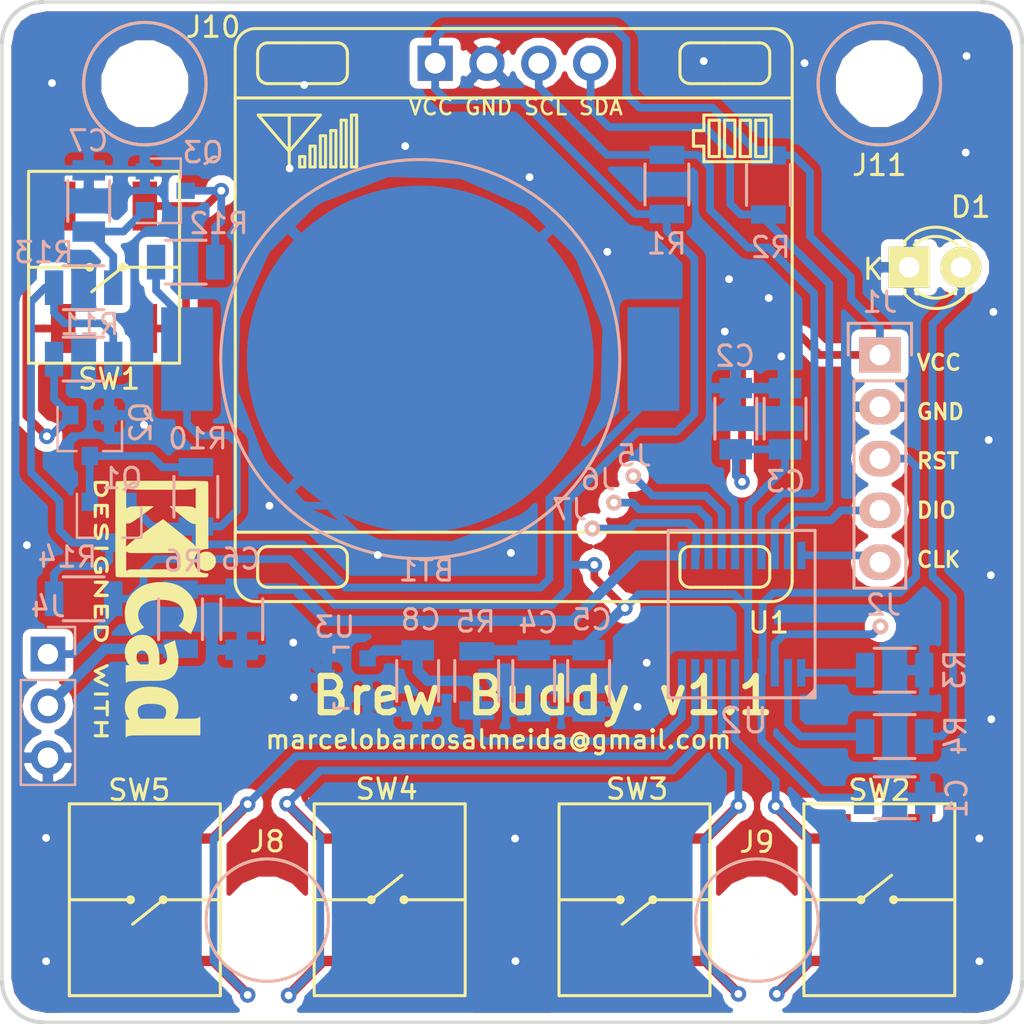
<source format=kicad_pcb>
(kicad_pcb (version 4) (host pcbnew 4.0.2+dfsg1-stable)
  (title_block (title "Beer Buddy") (date 2017-10-16) (rev V1) (comment 1 "All rights reserved") (comment 2 marcelobarrosalmeida@gmail.com) (comment 3 "Marcelo Barros de Almeida"))
  (layers (0 F.Cu signal) (31 B.Cu signal) (34 B.Paste user) (35 F.Paste user) (36 B.SilkS user) (37 F.SilkS user) (38 B.Mask user) (39 F.Mask user) (44 Edge.Cuts user))
  (net 0 "")
  (net 1 "Net-(BT1-Pad1)")
  (net 2 GND)
  (net 3 /NRST)
  (net 4 VDD)
  (net 5 /2V5REF)
  (net 6 /ADC_TEMP)
  (net 7 "Net-(D1-Pad2)")
  (net 8 /SWCLK)
  (net 9 /SWDIO)
  (net 10 "Net-(J2-Pad1)")
  (net 11 "Net-(J4-Pad2)")
  (net 12 "Net-(J5-Pad1)")
  (net 13 "Net-(J6-Pad1)")
  (net 14 "Net-(J7-Pad1)")
  (net 15 /SCL)
  (net 16 /SDA)
  (net 17 "Net-(R3-Pad1)")
  (net 18 /ALAM_LED)
  (net 19 /SWUP)
  (net 20 /SWDOWN)
  (net 21 /SWLEFT)
  (net 22 /SWRIGHT)
  (net 23 "Net-(C7-Pad1)")
  (net 24 BAT3V)
  (net 25 "Net-(Q1-Pad1)")
  (net 26 "Net-(Q2-Pad1)")
  (net 27 "Net-(Q3-Pad3)")
  (module mods:EVQ-Q2B02W (layer F.Cu) (at 35 43 90)
    (fp_text reference SW1 (at -5.475 0.25 180) (layer F.SilkS))
    (fp_text value SW_SPST)
    (pad 2 smd rect (at 3 2 90) (size 2.4 1.2) (layers F.Cu F.Paste F.Mask) (net 27 "Net-(Q3-Pad3)"))
    (pad 1 smd rect (at 3 -2 90) (size 2.4 1.2) (layers F.Cu F.Paste F.Mask) (net 26 "Net-(Q2-Pad1)"))
    (pad 2 smd rect (at -3 2 90) (size 2.4 1.2) (layers F.Cu F.Paste F.Mask) (net 27 "Net-(Q3-Pad3)"))
    (pad 1 smd rect (at -3 -2 90) (size 2.4 1.2) (layers F.Cu F.Paste F.Mask) (net 26 "Net-(Q2-Pad1)"))
  )
  (module mods:BAT-HLD-001-THM (layer B.Cu) (at 50.5 47.5)
    (fp_text reference BT1 (at 0.3 10.375) (layer B.SilkS) (effects (justify mirror)))
    (fp_text value CR2032)
    (pad 1 smd rect (at 11.43 0) (size 2.54 5.08) (layers B.Cu B.Paste B.Mask) (net 1 "Net-(BT1-Pad1)"))
    (pad 2 smd circle (at 0 0) (size 17 17) (layers B.Cu B.Paste B.Mask) (net 2 GND))
    (pad 1 smd rect (at -11.43 0) (size 2.54 5.08) (layers B.Cu B.Paste B.Mask) (net 1 "Net-(BT1-Pad1)"))
  )
  (module Pin_Headers:Pin_Header_Straight_1x05 (layer B.Cu) (at 73.0276 47.2974 180)
    (fp_text reference J1 (at 0 2.59 180) (layer B.SilkS) (effects (justify mirror)))
    (fp_text value JTAG)
    (pad 1 thru_hole rect (at 0 0 180) (size 2.032 1.7272) (drill 1.016) (layers *.Cu *.Mask B.SilkS) (net 4 VDD))
    (pad 2 thru_hole oval (at 0 -2.54 180) (size 2.032 1.7272) (drill 1.016) (layers *.Cu *.Mask B.SilkS) (net 2 GND))
    (pad 3 thru_hole oval (at 0 -5.08 180) (size 2.032 1.7272) (drill 1.016) (layers *.Cu *.Mask B.SilkS) (net 3 /NRST))
    (pad 4 thru_hole oval (at 0 -7.62 180) (size 2.032 1.7272) (drill 1.016) (layers *.Cu *.Mask B.SilkS) (net 9 /SWDIO))
    (pad 5 thru_hole oval (at 0 -10.16 180) (size 2.032 1.7272) (drill 1.016) (layers *.Cu *.Mask B.SilkS) (net 8 /SWCLK))
  )
  (module mods:DISPLAY-OLED (layer F.Cu) (at 55 33)
    (fp_text reference U1 (at 12.575 27.425) (layer F.SilkS))
    (fp_text value OLED-DISPLAY-I2C-128X64)
    (fp_text user "VCC GND SCL SDA" (at 0.175 2.15) (layer F.SilkS) (effects (font (size 0.762 0.762) (thickness 0.127))))
    (pad 3 thru_hole circle (at 1.308 0) (size 1.7272 1.7272) (drill 1.016) (layers *.Cu *.Mask) (net 15 /SCL))
    (pad 1 thru_hole rect (at -3.772 0) (size 1.7272 1.7272) (drill 1.016) (layers *.Cu *.Mask) (net 4 VDD))
    (pad 4 thru_hole circle (at 3.848 0) (size 1.7272 1.7272) (drill 1.016) (layers *.Cu *.Mask) (net 16 /SDA))
    (pad 2 thru_hole circle (at -1.232 0) (size 1.7272 1.7272) (drill 1.016) (layers *.Cu *.Mask) (net 2 GND))
  )
  (module TO_SOT_Packages_SMD:SOT-23 (layer B.Cu) (at 46.9164 63.1216 270)
    (fp_text reference U3 (at -2.4892 0.6096 540) (layer B.SilkS) (effects (justify mirror)))
    (fp_text value ADR5041BRTZ)
    (pad 1 smd rect (at -0.95 -1.00076 270) (size 0.8001 0.8001) (layers B.Cu B.Paste B.Mask) (net 5 /2V5REF))
    (pad 2 smd rect (at 0.95 -1.00076 270) (size 0.8001 0.8001) (layers B.Cu B.Paste B.Mask) (net 2 GND))
    (pad 3 smd rect (at 0 0.99822 270) (size 0.8001 0.8001) (layers B.Cu B.Paste B.Mask) (net 2 GND))
  )
  (module LEDs:LED-3MM (layer F.Cu) (at 74.46 43)
    (fp_text reference D1 (at 3.015 -2.95 180) (layer F.SilkS))
    (fp_text value LED)
    (fp_text user K (at -1.76 0.1) (layer F.SilkS))
    (pad 1 thru_hole rect (at 0 0 90) (size 2 2) (drill 1.00076) (layers *.Cu *.Mask F.SilkS) (net 2 GND))
    (pad 2 thru_hole circle (at 2.54 0) (size 2 2) (drill 1.00076) (layers *.Cu *.Mask F.SilkS) (net 7 "Net-(D1-Pad2)"))
  )
  (module TO_SOT_Packages_SMD:SOT-23 (layer B.Cu) (at 35.25 55.5 270)
    (fp_text reference Q1 (at -2.15 -0.625 540) (layer B.SilkS) (effects (justify mirror)))
    (fp_text value "PMV48XP (PMOS_GSD)")
    (pad 1 smd rect (at -1 0.95 270) (size 0.9 0.8) (layers B.Cu B.Paste B.Mask) (net 25 "Net-(Q1-Pad1)"))
    (pad 2 smd rect (at -1 -0.95 270) (size 0.9 0.8) (layers B.Cu B.Paste B.Mask) (net 1 "Net-(BT1-Pad1)"))
    (pad 3 smd rect (at 1 0 270) (size 0.9 0.8) (layers B.Cu B.Paste B.Mask) (net 24 BAT3V))
  )
  (module TO_SOT_Packages_SMD:SOT-23 (layer B.Cu) (at 34.3 51.25 270)
    (fp_text reference Q2 (at -0.65 -2.5 450) (layer B.SilkS) (effects (justify mirror)))
    (fp_text value "PMV65UNER (NMOS_GSD)")
    (pad 1 smd rect (at -1 0.95 270) (size 0.9 0.8) (layers B.Cu B.Paste B.Mask) (net 26 "Net-(Q2-Pad1)"))
    (pad 2 smd rect (at -1 -0.95 270) (size 0.9 0.8) (layers B.Cu B.Paste B.Mask) (net 2 GND))
    (pad 3 smd rect (at 1 0 270) (size 0.9 0.8) (layers B.Cu B.Paste B.Mask) (net 25 "Net-(Q1-Pad1)"))
  )
  (module TO_SOT_Packages_SMD:SOT-23 (layer B.Cu) (at 38 39.25)
    (fp_text reference Q3 (at 1.85 -1.875 180) (layer B.SilkS) (effects (justify mirror)))
    (fp_text value "PMV65UNER (NMOS_GSD)")
    (pad 1 smd rect (at -1 0.95) (size 0.9 0.8) (layers B.Cu B.Paste B.Mask) (net 23 "Net-(C7-Pad1)"))
    (pad 2 smd rect (at -1 -0.95) (size 0.9 0.8) (layers B.Cu B.Paste B.Mask) (net 2 GND))
    (pad 3 smd rect (at 1 0) (size 0.9 0.8) (layers B.Cu B.Paste B.Mask) (net 27 "Net-(Q3-Pad3)"))
  )
  (module mods:TEST-PIN (layer B.Cu) (at 60.9372 53.241)
    (fp_text reference J5 (at 0.04032 -1.00052) (layer B.SilkS) (effects (justify mirror)))
    (fp_text value PA7)
    (pad 1 thru_hole circle (at 0 0) (size 0.762 0.762) (drill 0.381) (layers *.Cu *.Mask B.SilkS) (net 12 "Net-(J5-Pad1)"))
  )
  (module mods:TEST-PIN (layer B.Cu) (at 59.9974 54.5364)
    (fp_text reference J6 (at -0.7724 -1.1364) (layer B.SilkS) (effects (justify mirror)))
    (fp_text value PA6)
    (pad 1 thru_hole circle (at 0 0) (size 0.762 0.762) (drill 0.381) (layers *.Cu *.Mask B.SilkS) (net 13 "Net-(J6-Pad1)"))
  )
  (module mods:TEST-PIN (layer B.Cu) (at 58.9306 55.8064)
    (fp_text reference J7 (at -1.1056 -0.9314 180) (layer B.SilkS) (effects (justify mirror)))
    (fp_text value PA5)
    (pad 1 thru_hole circle (at 0 0) (size 0.762 0.762) (drill 0.381) (layers *.Cu *.Mask B.SilkS) (net 14 "Net-(J7-Pad1)"))
  )
  (module mods:TEST-PIN (layer B.Cu) (at 73.053 60.607)
    (fp_text reference J2 (at 0.147 -1.057) (layer B.SilkS) (effects (justify mirror)))
    (fp_text value PF1)
    (pad 1 thru_hole circle (at 0 0) (size 0.762 0.762) (drill 0.381) (layers *.Cu *.Mask B.SilkS) (net 10 "Net-(J2-Pad1)"))
  )
  (module mods:M3_Connector (layer F.Cu) (at 43 75)
    (fp_text reference J8 (at 0 -3.85) (layer F.SilkS))
    (fp_text value Drill)
    (pad "" np_thru_hole circle (at 0 0) (size 3.5 3.5) (drill 3.5) (layers *.Cu *.Mask F.SilkS))
  )
  (module mods:M3_Connector (layer F.Cu) (at 67 75)
    (fp_text reference J9 (at 0 -3.825) (layer F.SilkS))
    (fp_text value Drill)
    (pad "" np_thru_hole circle (at 0 0) (size 3.5 3.5) (drill 3.5) (layers *.Cu *.Mask F.SilkS))
  )
  (module mods:M3_Connector (layer F.Cu) (at 37 34)
    (fp_text reference J10 (at 3.35 -2.775 180) (layer F.SilkS))
    (fp_text value Drill)
    (pad "" np_thru_hole circle (at 0 0) (size 3.5 3.5) (drill 3.5) (layers *.Cu *.Mask F.SilkS))
  )
  (module mods:M3_Connector (layer F.Cu) (at 73 34)
    (fp_text reference J11 (at 0 4) (layer F.SilkS))
    (fp_text value Drill)
    (pad "" np_thru_hole circle (at 0 0) (size 3.5 3.5) (drill 3.5) (layers *.Cu *.Mask F.SilkS))
  )
  (module mods:EVQ-Q2B02W (layer F.Cu) (at 37 74 90)
    (fp_text reference SW5 (at 5.375 -0.275 180) (layer F.SilkS))
    (fp_text value SW_SPST)
    (pad 2 smd rect (at 3 2 90) (size 2.4 1.2) (layers F.Cu F.Paste F.Mask) (net 19 /SWUP))
    (pad 1 smd rect (at 3 -2 90) (size 2.4 1.2) (layers F.Cu F.Paste F.Mask) (net 2 GND))
    (pad 2 smd rect (at -3 2 90) (size 2.4 1.2) (layers F.Cu F.Paste F.Mask) (net 19 /SWUP))
    (pad 1 smd rect (at -3 -2 90) (size 2.4 1.2) (layers F.Cu F.Paste F.Mask) (net 2 GND))
  )
  (module mods:EVQ-Q2B02W (layer F.Cu) (at 49 74 270)
    (fp_text reference SW4 (at -5.425 0.15 360) (layer F.SilkS))
    (fp_text value SW_SPST)
    (pad 2 smd rect (at 3 2 270) (size 2.4 1.2) (layers F.Cu F.Paste F.Mask) (net 20 /SWDOWN))
    (pad 1 smd rect (at 3 -2 270) (size 2.4 1.2) (layers F.Cu F.Paste F.Mask) (net 2 GND))
    (pad 2 smd rect (at -3 2 270) (size 2.4 1.2) (layers F.Cu F.Paste F.Mask) (net 20 /SWDOWN))
    (pad 1 smd rect (at -3 -2 270) (size 2.4 1.2) (layers F.Cu F.Paste F.Mask) (net 2 GND))
  )
  (module mods:EVQ-Q2B02W (layer F.Cu) (at 61 74 90)
    (fp_text reference SW3 (at 5.425 0.125 180) (layer F.SilkS))
    (fp_text value SW_SPST)
    (pad 2 smd rect (at 3 2 90) (size 2.4 1.2) (layers F.Cu F.Paste F.Mask) (net 21 /SWLEFT))
    (pad 1 smd rect (at 3 -2 90) (size 2.4 1.2) (layers F.Cu F.Paste F.Mask) (net 2 GND))
    (pad 2 smd rect (at -3 2 90) (size 2.4 1.2) (layers F.Cu F.Paste F.Mask) (net 21 /SWLEFT))
    (pad 1 smd rect (at -3 -2 90) (size 2.4 1.2) (layers F.Cu F.Paste F.Mask) (net 2 GND))
  )
  (module mods:EVQ-Q2B02W (layer F.Cu) (at 73 74 270)
    (fp_text reference SW2 (at -5.375 0 360) (layer F.SilkS))
    (fp_text value SW_SPST)
    (pad 2 smd rect (at 3 2 270) (size 2.4 1.2) (layers F.Cu F.Paste F.Mask) (net 22 /SWRIGHT))
    (pad 1 smd rect (at 3 -2 270) (size 2.4 1.2) (layers F.Cu F.Paste F.Mask) (net 2 GND))
    (pad 2 smd rect (at -3 2 270) (size 2.4 1.2) (layers F.Cu F.Paste F.Mask) (net 22 /SWRIGHT))
    (pad 1 smd rect (at -3 -2 270) (size 2.4 1.2) (layers F.Cu F.Paste F.Mask) (net 2 GND))
  )
  (module mods:TSOP-20-STM32F030F4 (layer B.Cu) (at 66.25 60 180)
    (fp_text reference U2 (at -0.1 -5.225 180) (layer B.SilkS) (effects (font (size 1.2 1.2)) (justify mirror)))
    (fp_text value STM32F030F4)
    (pad 20 smd rect (at -2.925 2.875 180) (size 0.4 1.35) (layers B.Cu B.Paste B.Mask) (net 8 /SWCLK))
    (pad 1 smd rect (at -2.925 -2.875 180) (size 0.4 1.35) (layers B.Cu B.Paste B.Mask) (net 17 "Net-(R3-Pad1)"))
    (pad 19 smd rect (at -2.275 2.875 180) (size 0.4 1.35) (layers B.Cu B.Paste B.Mask) (net 9 /SWDIO))
    (pad 2 smd rect (at -2.275 -2.875 180) (size 0.4 1.35) (layers B.Cu B.Paste B.Mask) (net 18 /ALAM_LED))
    (pad 18 smd rect (at -1.625 2.875 180) (size 0.4 1.35) (layers B.Cu B.Paste B.Mask) (net 16 /SDA))
    (pad 3 smd rect (at -1.625 -2.875 180) (size 0.4 1.35) (layers B.Cu B.Paste B.Mask) (net 10 "Net-(J2-Pad1)"))
    (pad 17 smd rect (at -0.975 2.875 180) (size 0.4 1.35) (layers B.Cu B.Paste B.Mask) (net 15 /SCL))
    (pad 4 smd rect (at -0.975 -2.875 180) (size 0.4 1.35) (layers B.Cu B.Paste B.Mask) (net 3 /NRST))
    (pad 16 smd rect (at -0.325 2.875 180) (size 0.4 1.35) (layers B.Cu B.Paste B.Mask) (net 4 VDD))
    (pad 5 smd rect (at -0.325 -2.875 180) (size 0.4 1.35) (layers B.Cu B.Paste B.Mask) (net 4 VDD))
    (pad 15 smd rect (at 0.325 2.875 180) (size 0.4 1.35) (layers B.Cu B.Paste B.Mask) (net 2 GND))
    (pad 6 smd rect (at 0.325 -2.875 180) (size 0.4 1.35) (layers B.Cu B.Paste B.Mask) (net 22 /SWRIGHT))
    (pad 14 smd rect (at 0.975 2.875 180) (size 0.4 1.35) (layers B.Cu B.Paste B.Mask) (net 12 "Net-(J5-Pad1)"))
    (pad 7 smd rect (at 0.975 -2.875 180) (size 0.4 1.35) (layers B.Cu B.Paste B.Mask) (net 21 /SWLEFT))
    (pad 13 smd rect (at 1.625 2.875 180) (size 0.4 1.35) (layers B.Cu B.Paste B.Mask) (net 13 "Net-(J6-Pad1)"))
    (pad 8 smd rect (at 1.625 -2.875 180) (size 0.4 1.35) (layers B.Cu B.Paste B.Mask) (net 20 /SWDOWN))
    (pad 12 smd rect (at 2.275 2.875 180) (size 0.4 1.35) (layers B.Cu B.Paste B.Mask) (net 14 "Net-(J7-Pad1)"))
    (pad 9 smd rect (at 2.275 -2.875 180) (size 0.4 1.35) (layers B.Cu B.Paste B.Mask) (net 19 /SWUP))
    (pad 11 smd rect (at 2.925 2.875 180) (size 0.4 1.35) (layers B.Cu B.Paste B.Mask) (net 6 /ADC_TEMP))
    (pad 10 smd rect (at 2.925 -2.875 180) (size 0.4 1.35) (layers B.Cu B.Paste B.Mask) (net 5 /2V5REF))
  )
  (module mods:R_1206_CUSTOM (layer B.Cu) (at 62.5882 38.9408 270)
    (fp_text reference R1 (at 2.9092 0.0132 360) (layer B.SilkS) (effects (justify mirror)))
    (fp_text value 2K)
    (pad 1 smd rect (at -1.45 0 270) (size 0.9 1.7) (layers B.Cu B.Paste B.Mask) (net 15 /SCL))
    (pad 2 smd rect (at 1.45 0 270) (size 0.9 1.7) (layers B.Cu B.Paste B.Mask) (net 4 VDD))
  )
  (module mods:R_1206_CUSTOM (layer B.Cu) (at 67.5666 38.9662 270)
    (fp_text reference R2 (at 3.0588 -0.1084 360) (layer B.SilkS) (effects (justify mirror)))
    (fp_text value 2K)
    (pad 1 smd rect (at -1.45 0 270) (size 0.9 1.7) (layers B.Cu B.Paste B.Mask) (net 4 VDD))
    (pad 2 smd rect (at 1.45 0 270) (size 0.9 1.7) (layers B.Cu B.Paste B.Mask) (net 16 /SDA))
  )
  (module mods:R_1206_CUSTOM (layer B.Cu) (at 73.75 62.75)
    (fp_text reference R3 (at 2.95 -0.025 90) (layer B.SilkS) (effects (justify mirror)))
    (fp_text value 10K)
    (pad 1 smd rect (at -1.45 0) (size 0.9 1.7) (layers B.Cu B.Paste B.Mask) (net 17 "Net-(R3-Pad1)"))
    (pad 2 smd rect (at 1.45 0) (size 0.9 1.7) (layers B.Cu B.Paste B.Mask) (net 2 GND))
  )
  (module mods:R_1206_CUSTOM (layer B.Cu) (at 73.75 66)
    (fp_text reference R4 (at 3 -0.05 90) (layer B.SilkS) (effects (justify mirror)))
    (fp_text value 330R)
    (pad 1 smd rect (at -1.45 0) (size 0.9 1.7) (layers B.Cu B.Paste B.Mask) (net 18 /ALAM_LED))
    (pad 2 smd rect (at 1.45 0) (size 0.9 1.7) (layers B.Cu B.Paste B.Mask) (net 7 "Net-(D1-Pad2)"))
  )
  (module mods:R_1206_CUSTOM (layer B.Cu) (at 53.2664 63.274 270)
    (fp_text reference R5 (at -2.8956 0.0508 360) (layer B.SilkS) (effects (justify mirror)))
    (fp_text value 3K)
    (pad 1 smd rect (at -1.45 0 270) (size 0.9 1.7) (layers B.Cu B.Paste B.Mask) (net 4 VDD))
    (pad 2 smd rect (at 1.45 0 270) (size 0.9 1.7) (layers B.Cu B.Paste B.Mask) (net 5 /2V5REF))
  )
  (module mods:R_1206_CUSTOM (layer B.Cu) (at 38.75 60.25 90)
    (fp_text reference R6 (at 2.85 0.15 180) (layer B.SilkS) (effects (justify mirror)))
    (fp_text value 2K)
    (pad 1 smd rect (at -1.45 0 90) (size 0.9 1.7) (layers B.Cu B.Paste B.Mask) (net 11 "Net-(J4-Pad2)"))
    (pad 2 smd rect (at 1.45 0 90) (size 0.9 1.7) (layers B.Cu B.Paste B.Mask) (net 6 /ADC_TEMP))
  )
  (module mods:R_1206_CUSTOM (layer B.Cu) (at 39.5 54.25 270)
    (fp_text reference R10 (at -2.85 -0.1 360) (layer B.SilkS) (effects (justify mirror)))
    (fp_text value 100K)
    (pad 1 smd rect (at -1.45 0 270) (size 0.9 1.7) (layers B.Cu B.Paste B.Mask) (net 25 "Net-(Q1-Pad1)"))
    (pad 2 smd rect (at 1.45 0 270) (size 0.9 1.7) (layers B.Cu B.Paste B.Mask) (net 1 "Net-(BT1-Pad1)"))
  )
  (module mods:R_1206_CUSTOM (layer B.Cu) (at 34 47.5)
    (fp_text reference R11 (at 0.3 -1.7 180) (layer B.SilkS) (effects (justify mirror)))
    (fp_text value 100K)
    (pad 1 smd rect (at -1.45 0) (size 0.9 1.7) (layers B.Cu B.Paste B.Mask) (net 26 "Net-(Q2-Pad1)"))
    (pad 2 smd rect (at 1.45 0) (size 0.9 1.7) (layers B.Cu B.Paste B.Mask) (net 24 BAT3V))
  )
  (module mods:R_1206_CUSTOM (layer B.Cu) (at 39 42.75 180)
    (fp_text reference R12 (at -1.625 1.9 180) (layer B.SilkS) (effects (justify mirror)))
    (fp_text value 100K)
    (pad 1 smd rect (at -1.45 0 180) (size 0.9 1.7) (layers B.Cu B.Paste B.Mask) (net 27 "Net-(Q3-Pad3)"))
    (pad 2 smd rect (at 1.45 0 180) (size 0.9 1.7) (layers B.Cu B.Paste B.Mask) (net 1 "Net-(BT1-Pad1)"))
  )
  (module mods:R_1206_CUSTOM (layer B.Cu) (at 34 44 180)
    (fp_text reference R13 (at 1.95 1.725 360) (layer B.SilkS) (effects (justify mirror)))
    (fp_text value 1M)
    (pad 1 smd rect (at -1.45 0 180) (size 0.9 1.7) (layers B.Cu B.Paste B.Mask) (net 23 "Net-(C7-Pad1)"))
    (pad 2 smd rect (at 1.45 0 180) (size 0.9 1.7) (layers B.Cu B.Paste B.Mask) (net 24 BAT3V))
  )
  (module mods:R_1206_CUSTOM (layer B.Cu) (at 34 59.25)
    (fp_text reference R14 (at -0.8 -2.05 180) (layer B.SilkS) (effects (justify mirror)))
    (fp_text value 0R)
    (pad 1 smd rect (at -1.45 0) (size 0.9 1.7) (layers B.Cu B.Paste B.Mask) (net 24 BAT3V))
    (pad 2 smd rect (at 1.45 0) (size 0.9 1.7) (layers B.Cu B.Paste B.Mask) (net 4 VDD))
  )
  (module mods:C_1206_CUSTOM (layer B.Cu) (at 73.75 69)
    (fp_text reference C1 (at 3.05 0.025 90) (layer B.SilkS) (effects (justify mirror)))
    (fp_text value 100nF)
    (pad 1 smd rect (at -1.5 0) (size 1 1.6) (layers B.Cu B.Paste B.Mask) (net 3 /NRST))
    (pad 2 smd rect (at 1.5 0) (size 1 1.6) (layers B.Cu B.Paste B.Mask) (net 2 GND))
  )
  (module mods:C_1206_CUSTOM (layer B.Cu) (at 65.9664 50.4216 90)
    (fp_text reference C2 (at 3.0716 -0.0414 180) (layer B.SilkS) (effects (justify mirror)))
    (fp_text value 100nF)
    (pad 1 smd rect (at -1.5 0 90) (size 1 1.6) (layers B.Cu B.Paste B.Mask) (net 4 VDD))
    (pad 2 smd rect (at 1.5 0 90) (size 1 1.6) (layers B.Cu B.Paste B.Mask) (net 2 GND))
  )
  (module mods:C_1206_CUSTOM (layer B.Cu) (at 68.3794 50.4216 90)
    (fp_text reference C3 (at -3.0784 0.0206 180) (layer B.SilkS) (effects (justify mirror)))
    (fp_text value 4.7uF)
    (pad 1 smd rect (at -1.5 0 90) (size 1 1.6) (layers B.Cu B.Paste B.Mask) (net 4 VDD))
    (pad 2 smd rect (at 1.5 0 90) (size 1 1.6) (layers B.Cu B.Paste B.Mask) (net 2 GND))
  )
  (module mods:C_1206_CUSTOM (layer B.Cu) (at 56.0604 63.274 270)
    (fp_text reference C4 (at -2.85 -0.225 360) (layer B.SilkS) (effects (justify mirror)))
    (fp_text value 10nF)
    (pad 1 smd rect (at -1.5 0 270) (size 1 1.6) (layers B.Cu B.Paste B.Mask) (net 4 VDD))
    (pad 2 smd rect (at 1.5 0 270) (size 1 1.6) (layers B.Cu B.Paste B.Mask) (net 2 GND))
  )
  (module mods:C_1206_CUSTOM (layer B.Cu) (at 58.7528 63.274 270)
    (fp_text reference C5 (at -3 -0.15 360) (layer B.SilkS) (effects (justify mirror)))
    (fp_text value 1uF)
    (pad 1 smd rect (at -1.5 0 270) (size 1 1.6) (layers B.Cu B.Paste B.Mask) (net 4 VDD))
    (pad 2 smd rect (at 1.5 0 270) (size 1 1.6) (layers B.Cu B.Paste B.Mask) (net 2 GND))
  )
  (module mods:C_1206_CUSTOM (layer B.Cu) (at 41.75 60.25 270)
    (fp_text reference C6 (at -2.95 0.05 360) (layer B.SilkS) (effects (justify mirror)))
    (fp_text value 1uF)
    (pad 1 smd rect (at -1.5 0 270) (size 1 1.6) (layers B.Cu B.Paste B.Mask) (net 6 /ADC_TEMP))
    (pad 2 smd rect (at 1.5 0 270) (size 1 1.6) (layers B.Cu B.Paste B.Mask) (net 2 GND))
  )
  (module mods:C_1206_CUSTOM (layer B.Cu) (at 34.25 39.75 90)
    (fp_text reference C7 (at 2.95 -0.025 180) (layer B.SilkS) (effects (justify mirror)))
    (fp_text value 470nF)
    (pad 1 smd rect (at -1.5 0 90) (size 1 1.6) (layers B.Cu B.Paste B.Mask) (net 23 "Net-(C7-Pad1)"))
    (pad 2 smd rect (at 1.5 0 90) (size 1 1.6) (layers B.Cu B.Paste B.Mask) (net 2 GND))
  )
  (module Symbols:KiCad-Logo2_6mm_SilkScreen (layer F.Cu) (at 37.5 59.75 270)
    (fp_text reference REF*** hide)
    (fp_text value KiCad-Logo2_6mm_SilkScreen hide)
  )
  (module Pin_Headers:Pin_Header_Straight_1x03_Pitch2.54mm (layer B.Cu) (at 32.25 61.96 180)
    (fp_text reference J4 (at 0 2.33 180) (layer B.SilkS) (effects (justify mirror)))
    (fp_text value Sensor)
    (pad 1 thru_hole rect (at 0 0 180) (size 1.7 1.7) (drill 1) (layers *.Cu *.Mask) (net 4 VDD))
    (pad 2 thru_hole oval (at 0 -2.54 180) (size 1.7 1.7) (drill 1) (layers *.Cu *.Mask) (net 11 "Net-(J4-Pad2)"))
    (pad 3 thru_hole oval (at 0 -5.08 180) (size 1.7 1.7) (drill 1) (layers *.Cu *.Mask) (net 2 GND))
  )
  (module mods:C_1206_CUSTOM (layer B.Cu) (at 50.3708 63.274 270)
    (fp_text reference C8 (at -2.9972 -0.1524 360) (layer B.SilkS) (effects (justify mirror)))
    (fp_text value 100nF)
    (pad 1 smd rect (at -1.5 0 270) (size 1 1.6) (layers B.Cu B.Paste B.Mask) (net 5 /2V5REF))
    (pad 2 smd rect (at 1.5 0 270) (size 1 1.6) (layers B.Cu B.Paste B.Mask) (net 2 GND))
  )
  (gr_text v1.1 (at 62 64) (layer F.SilkS) (effects (font (size 1.778 1.778) (thickness 0.3048)) (justify left)))
  (gr_text marcelobarrosalmeida@gmail.com (at 42.825 66.15) (layer F.SilkS) (effects (font (size 0.889 0.889) (thickness 0.1524)) (justify left)))
  (gr_text "Brew Buddy" (at 45 64) (layer F.SilkS) (effects (font (size 1.778 1.778) (thickness 0.3048)) (justify left)))
  (gr_arc (start 32 32) (end 30 32) (angle 90) (layer Edge.Cuts) (width 0.2))
  (gr_arc (start 32 78) (end 32 80) (angle 90) (layer Edge.Cuts) (width 0.2))
  (gr_arc (start 78 78) (end 80 78) (angle 90) (layer Edge.Cuts) (width 0.2))
  (gr_arc (start 78 32) (end 78 30) (angle 90) (layer Edge.Cuts) (width 0.2))
  (gr_text "VCC\n\nGND\n\nRST\n\nDIO\n\nCLK" (at 74.75 52.5) (layer F.SilkS) (effects (font (size 0.75 0.75)) (justify left)))
  (gr_line (start 78 30) (end 32 30) (angle 90) (layer Edge.Cuts) (width 0.15))
  (gr_line (start 80 78) (end 80 32) (angle 90) (layer Edge.Cuts) (width 0.15))
  (gr_line (start 32 80) (end 78 80) (angle 90) (layer Edge.Cuts) (width 0.15))
  (gr_line (start 30 32) (end 30 78) (angle 90) (layer Edge.Cuts) (width 0.15))
  (segment (start 61.93 47.5) (end 61.93 49.232678) (width 0.381) (layer B.Cu) (net 1))
  (segment (start 61.93 49.232678) (end 56.829228 54.33345) (width 0.381) (layer B.Cu) (net 1))
  (segment (start 56.829228 54.33345) (end 56.829228 58.259774) (width 0.381) (layer B.Cu) (net 1))
  (segment (start 39.554444 56.585444) (end 39.5 56.531) (width 0.381) (layer B.Cu) (net 1))
  (segment (start 56.829228 58.259774) (end 56.389779 58.699223) (width 0.381) (layer B.Cu) (net 1))
  (segment (start 56.389779 58.699223) (end 46.845779 58.699223) (width 0.381) (layer B.Cu) (net 1))
  (segment (start 46.845779 58.699223) (end 44.732 56.585444) (width 0.381) (layer B.Cu) (net 1))
  (segment (start 44.732 56.585444) (end 39.554444 56.585444) (width 0.381) (layer B.Cu) (net 1))
  (segment (start 39.5 56.531) (end 39.5 55.7) (width 0.381) (layer B.Cu) (net 1))
  (segment (start 37.55 42.75) (end 37.55 44.132677) (width 0.381) (layer B.Cu) (net 1))
  (segment (start 37.55 44.132677) (end 39.07 45.652677) (width 0.381) (layer B.Cu) (net 1))
  (segment (start 39.07 45.652677) (end 39.07 47.5) (width 0.381) (layer B.Cu) (net 1))
  (segment (start 39.5 55.7) (end 40.731 55.7) (width 0.381) (layer B.Cu) (net 1))
  (segment (start 40.731 55.7) (end 41.5062 54.9248) (width 0.381) (layer B.Cu) (net 1))
  (segment (start 41.5062 54.9248) (end 41.5062 51.618056) (width 0.381) (layer B.Cu) (net 1))
  (segment (start 41.5062 51.618056) (end 41.124138 51.235994) (width 0.381) (layer B.Cu) (net 1))
  (segment (start 41.124138 51.235994) (end 39.631638 51.235994) (width 0.381) (layer B.Cu) (net 1))
  (segment (start 39.631638 51.235994) (end 39.07 50.674356) (width 0.381) (layer B.Cu) (net 1))
  (segment (start 39.07 50.674356) (end 39.07 47.5) (width 0.381) (layer B.Cu) (net 1))
  (segment (start 36.2 54.5) (end 36.2 54.55) (width 0.381) (layer B.Cu) (net 1))
  (segment (start 36.2 54.55) (end 37.35 55.7) (width 0.381) (layer B.Cu) (net 1))
  (segment (start 37.35 55.7) (end 39.5 55.7) (width 0.381) (layer B.Cu) (net 1))
  (segment (start 50.3708 64.774) (end 48.61956 64.774) (width 0.508) (layer B.Cu) (net 2))
  (segment (start 48.61956 64.774) (end 47.91716 64.0716) (width 0.508) (layer B.Cu) (net 2))
  (segment (start 45.91818 63.1216) (end 45.91818 63.03778) (width 0.508) (layer B.Cu) (net 2))
  (segment (start 45.91818 63.03778) (end 44.2748 61.3944) (width 0.508) (layer B.Cu) (net 2))
  (segment (start 45.91818 63.24098) (end 46.7488 64.0716) (width 0.508) (layer B.Cu) (net 2))
  (segment (start 46.7488 64.0716) (end 47.91716 64.0716) (width 0.508) (layer B.Cu) (net 2))
  (segment (start 45.91818 63.1216) (end 45.91818 63.24098) (width 0.508) (layer B.Cu) (net 2))
  (segment (start 58.7528 64.774) (end 56.0604 64.774) (width 0.508) (layer B.Cu) (net 2))
  (segment (start 75 77) (end 77.889 77) (width 0.508) (layer F.Cu) (net 2))
  (segment (start 77.889 77) (end 77.9044 77.0154) (width 0.508) (layer F.Cu) (net 2))
  (segment (start 75 71) (end 77.9 71) (width 0.508) (layer F.Cu) (net 2))
  (segment (start 77.9 71) (end 77.9044 70.9956) (width 0.508) (layer F.Cu) (net 2))
  (segment (start 51 77) (end 55.157595 77) (width 0.508) (layer F.Cu) (net 2))
  (segment (start 55.157595 77) (end 55.164908 77.007313) (width 0.508) (layer F.Cu) (net 2))
  (segment (start 59 77) (end 55.172221 77) (width 0.508) (layer F.Cu) (net 2))
  (segment (start 55.172221 77) (end 55.164908 77.007313) (width 0.508) (layer F.Cu) (net 2))
  (segment (start 59 71) (end 55.146 71) (width 0.508) (layer F.Cu) (net 2))
  (segment (start 51 71) (end 55.146 71) (width 0.508) (layer F.Cu) (net 2))
  (segment (start 35 77) (end 32.1744 77) (width 0.508) (layer F.Cu) (net 2))
  (segment (start 32.1744 77) (end 32.159 77.0154) (width 0.508) (layer F.Cu) (net 2))
  (segment (start 35 71) (end 32.1888 71) (width 0.508) (layer F.Cu) (net 2))
  (segment (start 32.1888 71) (end 32.159 70.9702) (width 0.508) (layer F.Cu) (net 2))
  (segment (start 35.25 50.25) (end 36.4832 50.25) (width 0.381) (layer B.Cu) (net 2))
  (segment (start 36.4832 50.25) (end 36.9596 50.7264) (width 0.381) (layer B.Cu) (net 2))
  (via (at 36.9596 50.7264) (size 0.762) (drill 0.381) (layers F.Cu B.Cu) (net 2))
  (segment (start 30.762 66.754081) (end 30.762 57.0764) (width 0.381) (layer F.Cu) (net 2))
  (segment (start 30.762 57.0764) (end 31.2192 56.6192) (width 0.381) (layer F.Cu) (net 2))
  (via (at 31.2192 56.6192) (size 0.762) (drill 0.381) (layers F.Cu B.Cu) (net 2))
  (segment (start 32.25 67.04) (end 31.047919 67.04) (width 0.381) (layer F.Cu) (net 2))
  (segment (start 31.047919 67.04) (end 30.762 66.754081) (width 0.381) (layer F.Cu) (net 2))
  (segment (start 65.425 46.15) (end 67.068653 44.506347) (width 0.381) (layer F.Cu) (net 2))
  (segment (start 67.068653 44.506347) (end 67.57974 44.506347) (width 0.381) (layer F.Cu) (net 2))
  (via (at 67.57974 44.506347) (size 0.762) (drill 0.381) (layers F.Cu B.Cu) (net 2))
  (segment (start 65.633022 44.22198) (end 65.633022 43.583047) (width 0.381) (layer B.Cu) (net 2))
  (segment (start 65.944496 44.533454) (end 65.633022 44.22198) (width 0.381) (layer B.Cu) (net 2))
  (via (at 65.633022 43.583047) (size 0.762) (drill 0.381) (layers F.Cu B.Cu) (net 2))
  (segment (start 65.944496 45.116365) (end 65.944496 44.533454) (width 0.381) (layer B.Cu) (net 2))
  (segment (start 68.198051 47.36992) (end 65.944496 45.116365) (width 0.381) (layer B.Cu) (net 2))
  (segment (start 65.425 46.15) (end 65.944496 45.630504) (width 0.381) (layer B.Cu) (net 2))
  (segment (start 65.944496 45.630504) (end 65.944496 44.533454) (width 0.381) (layer B.Cu) (net 2))
  (via (at 65.425 46.15) (size 0.762) (drill 0.381) (layers F.Cu B.Cu) (net 2))
  (segment (start 69.333235 32.992684) (end 64.488684 32.992684) (width 0.381) (layer B.Cu) (net 2))
  (segment (start 64.488684 32.992684) (end 64.3916 32.8956) (width 0.381) (layer B.Cu) (net 2))
  (via (at 64.3916 32.8956) (size 0.762) (drill 0.381) (layers F.Cu B.Cu) (net 2))
  (segment (start 69.714234 33.373683) (end 69.333235 32.992684) (width 0.381) (layer B.Cu) (net 2))
  (segment (start 74.46 38.596953) (end 69.714234 33.851187) (width 0.381) (layer B.Cu) (net 2))
  (segment (start 74.46 43) (end 74.46 38.596953) (width 0.381) (layer B.Cu) (net 2))
  (segment (start 69.714234 33.851187) (end 69.714234 33.373683) (width 0.381) (layer B.Cu) (net 2))
  (via (at 69.333235 32.992684) (size 0.762) (drill 0.381) (layers F.Cu B.Cu) (net 2))
  (segment (start 77.233772 32.688816) (end 77.277181 32.645407) (width 0.381) (layer F.Cu) (net 2))
  (segment (start 77.233772 37.377048) (end 77.233772 32.688816) (width 0.381) (layer F.Cu) (net 2))
  (via (at 77.277181 32.645407) (size 0.762) (drill 0.381) (layers F.Cu B.Cu) (net 2))
  (segment (start 74.46 40.15082) (end 77.233772 37.377048) (width 0.381) (layer F.Cu) (net 2))
  (segment (start 74.46 43) (end 74.46 40.15082) (width 0.381) (layer F.Cu) (net 2))
  (via (at 77.233772 37.377048) (size 0.762) (drill 0.381) (layers F.Cu B.Cu) (net 2))
  (segment (start 48.415 57.1018) (end 54.8412 57.1018) (width 0.381) (layer F.Cu) (net 2))
  (segment (start 54.8412 57.1018) (end 54.9428 57.0002) (width 0.381) (layer F.Cu) (net 2))
  (via (at 54.9428 57.0002) (size 0.762) (drill 0.381) (layers F.Cu B.Cu) (net 2))
  (segment (start 43.1064 54.6888) (end 46.002 54.6888) (width 0.381) (layer B.Cu) (net 2))
  (segment (start 46.002 54.6888) (end 48.415 57.1018) (width 0.381) (layer B.Cu) (net 2))
  (via (at 48.415 57.1018) (size 0.762) (drill 0.381) (layers F.Cu B.Cu) (net 2))
  (segment (start 44.2748 61.3944) (end 44.2748 55.8572) (width 0.381) (layer F.Cu) (net 2))
  (segment (start 44.2748 55.8572) (end 43.1064 54.6888) (width 0.381) (layer F.Cu) (net 2))
  (via (at 43.1064 54.6888) (size 0.762) (drill 0.381) (layers F.Cu B.Cu) (net 2))
  (segment (start 61.149686 64.545425) (end 61.149686 62.832914) (width 0.381) (layer F.Cu) (net 2))
  (segment (start 61.149686 62.832914) (end 61.5976 62.385) (width 0.381) (layer F.Cu) (net 2))
  (via (at 61.5976 62.385) (size 0.762) (drill 0.381) (layers F.Cu B.Cu) (net 2))
  (segment (start 59 66.695111) (end 61.149686 64.545425) (width 0.381) (layer F.Cu) (net 2))
  (segment (start 59 71) (end 59 66.695111) (width 0.381) (layer F.Cu) (net 2))
  (via (at 61.149686 64.545425) (size 0.762) (drill 0.381) (layers F.Cu B.Cu) (net 2))
  (segment (start 44.299943 64.084947) (end 44.299943 61.419543) (width 0.381) (layer B.Cu) (net 2))
  (segment (start 44.299943 61.419543) (end 44.2748 61.3944) (width 0.381) (layer B.Cu) (net 2))
  (via (at 44.2748 61.3944) (size 0.762) (drill 0.381) (layers F.Cu B.Cu) (net 2))
  (segment (start 44.28489 64.1) (end 44.299943 64.084947) (width 0.381) (layer B.Cu) (net 2))
  (segment (start 41.5 64.1) (end 44.28489 64.1) (width 0.381) (layer B.Cu) (net 2))
  (via (at 44.299943 64.084947) (size 0.762) (drill 0.381) (layers F.Cu B.Cu) (net 2))
  (segment (start 78.3616 51.463) (end 78.3616 45.4178) (width 0.381) (layer F.Cu) (net 2))
  (segment (start 78.3616 45.4178) (end 78.5902 45.1892) (width 0.381) (layer F.Cu) (net 2))
  (via (at 78.5902 45.1892) (size 0.762) (drill 0.381) (layers F.Cu B.Cu) (net 2))
  (segment (start 78.4632 58.0924) (end 78.4632 51.5646) (width 0.381) (layer B.Cu) (net 2))
  (segment (start 78.4632 51.5646) (end 78.3616 51.463) (width 0.381) (layer B.Cu) (net 2))
  (via (at 78.3616 51.463) (size 0.762) (drill 0.381) (layers F.Cu B.Cu) (net 2))
  (segment (start 78.4886 65.1536) (end 78.4886 58.1178) (width 0.381) (layer F.Cu) (net 2))
  (segment (start 78.4886 58.1178) (end 78.4632 58.0924) (width 0.381) (layer F.Cu) (net 2))
  (via (at 78.4632 58.0924) (size 0.762) (drill 0.381) (layers F.Cu B.Cu) (net 2))
  (segment (start 77.9044 70.9956) (end 77.9044 65.7378) (width 0.381) (layer B.Cu) (net 2))
  (segment (start 77.9044 65.7378) (end 78.4886 65.1536) (width 0.381) (layer B.Cu) (net 2))
  (via (at 78.4886 65.1536) (size 0.762) (drill 0.381) (layers F.Cu B.Cu) (net 2))
  (segment (start 44.097 38.1534) (end 45.1892 37.0612) (width 0.381) (layer F.Cu) (net 2))
  (segment (start 45.1892 37.0612) (end 49.7612 37.0612) (width 0.381) (layer F.Cu) (net 2))
  (via (at 49.7612 37.0612) (size 0.762) (drill 0.381) (layers F.Cu B.Cu) (net 2))
  (segment (start 44.8082 34.064) (end 44.8082 37.4422) (width 0.381) (layer B.Cu) (net 2))
  (segment (start 44.8082 37.4422) (end 44.097 38.1534) (width 0.381) (layer B.Cu) (net 2))
  (via (at 44.097 38.1534) (size 0.762) (drill 0.381) (layers F.Cu B.Cu) (net 2))
  (segment (start 55.8572 38.5852) (end 59.5148 42.2428) (width 0.381) (layer B.Cu) (net 2))
  (segment (start 59.5148 42.2428) (end 59.6672 42.2428) (width 0.381) (layer B.Cu) (net 2))
  (via (at 59.6672 42.2428) (size 0.762) (drill 0.381) (layers F.Cu B.Cu) (net 2))
  (segment (start 50.2692 37.9502) (end 55.2222 37.9502) (width 0.381) (layer F.Cu) (net 2))
  (segment (start 55.2222 37.9502) (end 55.8572 38.5852) (width 0.381) (layer F.Cu) (net 2))
  (via (at 55.8572 38.5852) (size 0.762) (drill 0.381) (layers F.Cu B.Cu) (net 2))
  (segment (start 46.383 34.064) (end 50.2692 37.9502) (width 0.381) (layer F.Cu) (net 2))
  (segment (start 44.8082 34.064) (end 46.383 34.064) (width 0.381) (layer F.Cu) (net 2))
  (segment (start 34.25 35.772897) (end 32.448024 33.970921) (width 0.381) (layer B.Cu) (net 2))
  (segment (start 34.25 38.25) (end 34.25 35.772897) (width 0.381) (layer B.Cu) (net 2))
  (via (at 32.448024 33.970921) (size 0.762) (drill 0.381) (layers F.Cu B.Cu) (net 2))
  (segment (start 37 38.3) (end 40.5722 38.3) (width 0.381) (layer B.Cu) (net 2))
  (segment (start 40.5722 38.3) (end 44.8082 34.064) (width 0.381) (layer B.Cu) (net 2))
  (via (at 44.8082 34.064) (size 0.762) (drill 0.381) (layers F.Cu B.Cu) (net 2))
  (segment (start 68.198051 47.36992) (end 68.198051 48.740251) (width 0.381) (layer B.Cu) (net 2))
  (segment (start 68.198051 48.740251) (end 68.3794 48.9216) (width 0.381) (layer B.Cu) (net 2))
  (segment (start 65.9664 48.9216) (end 68.3794 48.9216) (width 0.381) (layer B.Cu) (net 2))
  (segment (start 70.665531 49.8374) (end 68.198051 47.36992) (width 0.381) (layer F.Cu) (net 2))
  (segment (start 73.0276 49.8374) (end 70.665531 49.8374) (width 0.381) (layer F.Cu) (net 2))
  (via (at 68.198051 47.36992) (size 0.762) (drill 0.381) (layers F.Cu B.Cu) (net 2))
  (segment (start 65.9664 48.9216) (end 65.9664 49.223957) (width 0.381) (layer B.Cu) (net 2))
  (segment (start 65.9664 49.223957) (end 64.2392 50.951157) (width 0.381) (layer B.Cu) (net 2))
  (segment (start 64.2392 50.951157) (end 64.2392 52.987) (width 0.381) (layer B.Cu) (net 2))
  (segment (start 64.2392 52.987) (end 65.925 54.6728) (width 0.381) (layer B.Cu) (net 2))
  (segment (start 65.925 54.6728) (end 65.925 57.125) (width 0.381) (layer B.Cu) (net 2))
  (segment (start 77.9044 70.9956) (end 77.9044 77.0154) (width 0.381) (layer F.Cu) (net 2))
  (via (at 77.9044 70.9956) (size 0.762) (drill 0.381) (layers F.Cu B.Cu) (net 2))
  (segment (start 32.159 70.9702) (end 32.159 77.0154) (width 0.381) (layer F.Cu) (net 2))
  (via (at 32.159 70.9702) (size 0.762) (drill 0.381) (layers F.Cu B.Cu) (net 2))
  (via (at 77.9044 77.0154) (size 0.762) (drill 0.381) (layers F.Cu B.Cu) (net 2))
  (via (at 55.146 71) (size 0.762) (drill 0.381) (layers F.Cu B.Cu) (net 2))
  (segment (start 55.164908 71.018908) (end 55.146 71) (width 0.381) (layer F.Cu) (net 2))
  (via (at 55.164908 77.007313) (size 0.762) (drill 0.381) (layers F.Cu B.Cu) (net 2))
  (via (at 32.159 77.0154) (size 0.762) (drill 0.381) (layers F.Cu B.Cu) (net 2))
  (segment (start 41.5 64.1) (end 43.2456 64.1) (width 0.381) (layer B.Cu) (net 2))
  (segment (start 41.5 64.1) (end 41.5 62) (width 0.381) (layer B.Cu) (net 2))
  (segment (start 41.5 62) (end 41.75 61.75) (width 0.381) (layer B.Cu) (net 2))
  (segment (start 73.0276 52.3774) (end 74.4246 52.3774) (width 0.381) (layer B.Cu) (net 3))
  (segment (start 74.8056 52.7584) (end 74.8056 58.16073) (width 0.381) (layer B.Cu) (net 3))
  (segment (start 74.4246 52.3774) (end 74.8056 52.7584) (width 0.381) (layer B.Cu) (net 3))
  (segment (start 74.8056 58.16073) (end 74.008807 58.957523) (width 0.381) (layer B.Cu) (net 3))
  (segment (start 67.80523 58.957523) (end 67.281299 59.481454) (width 0.381) (layer B.Cu) (net 3))
  (segment (start 74.008807 58.957523) (end 67.80523 58.957523) (width 0.381) (layer B.Cu) (net 3))
  (segment (start 67.281299 59.481454) (end 67.281299 62.818701) (width 0.381) (layer B.Cu) (net 3))
  (segment (start 67.281299 62.818701) (end 67.225 62.875) (width 0.381) (layer B.Cu) (net 3))
  (segment (start 67.225 62.875) (end 67.225 66.198965) (width 0.381) (layer B.Cu) (net 3))
  (segment (start 67.225 66.198965) (end 70.026035 69) (width 0.381) (layer B.Cu) (net 3))
  (segment (start 70.026035 69) (end 72.25 69) (width 0.381) (layer B.Cu) (net 3))
  (segment (start 60.5308 59.7002) (end 61.20871 59.02229) (width 0.381) (layer B.Cu) (net 4))
  (segment (start 61.20871 59.02229) (end 65.87929 59.02229) (width 0.381) (layer B.Cu) (net 4))
  (segment (start 65.87929 59.02229) (end 66.575 59.718) (width 0.381) (layer B.Cu) (net 4))
  (segment (start 66.575 62.875) (end 66.575 59.718) (width 0.381) (layer B.Cu) (net 4))
  (segment (start 66.575 59.718) (end 66.575 57.125) (width 0.381) (layer B.Cu) (net 4))
  (segment (start 60.5308 59.7002) (end 60.452082 59.7002) (width 0.508) (layer B.Cu) (net 4))
  (segment (start 60.452082 59.7002) (end 58.7528 61.399482) (width 0.508) (layer B.Cu) (net 4))
  (segment (start 58.7528 61.399482) (end 58.7528 61.774) (width 0.508) (layer B.Cu) (net 4))
  (segment (start 56.0604 61.774) (end 53.3164 61.774) (width 0.508) (layer B.Cu) (net 4))
  (segment (start 53.3164 61.774) (end 53.2664 61.824) (width 0.508) (layer B.Cu) (net 4))
  (segment (start 58.7528 61.774) (end 56.0604 61.774) (width 0.508) (layer B.Cu) (net 4))
  (segment (start 32.25 61.96) (end 33.481 61.96) (width 0.381) (layer B.Cu) (net 4))
  (segment (start 35.45 59.991) (end 35.45 59.25) (width 0.381) (layer B.Cu) (net 4))
  (segment (start 33.481 61.96) (end 35.45 59.991) (width 0.381) (layer B.Cu) (net 4))
  (segment (start 59.0322 58.2016) (end 60.5308 59.7002) (width 0.381) (layer F.Cu) (net 4))
  (segment (start 59.0322 57.5844) (end 59.0322 58.2016) (width 0.381) (layer F.Cu) (net 4))
  (via (at 60.5308 59.7002) (size 0.762) (drill 0.381) (layers F.Cu B.Cu) (net 4))
  (segment (start 57.7368 57.5844) (end 57.7368 58.770363) (width 0.381) (layer B.Cu) (net 4))
  (segment (start 57.7368 54.4602) (end 57.7368 57.5844) (width 0.381) (layer B.Cu) (net 4))
  (segment (start 57.7368 57.5844) (end 59.0322 57.5844) (width 0.381) (layer B.Cu) (net 4))
  (via (at 59.0322 57.5844) (size 0.762) (drill 0.381) (layers F.Cu B.Cu) (net 4))
  (segment (start 68.7976 37.5162) (end 69.5986 38.3172) (width 0.381) (layer B.Cu) (net 4))
  (segment (start 71.610496 43.4874) (end 71.610496 44.550741) (width 0.381) (layer B.Cu) (net 4))
  (segment (start 69.5986 38.3172) (end 69.5986 41.475504) (width 0.381) (layer B.Cu) (net 4))
  (segment (start 69.5986 41.475504) (end 71.610496 43.4874) (width 0.381) (layer B.Cu) (net 4))
  (segment (start 69.1922 46.4084) (end 70.0812 47.2974) (width 0.381) (layer F.Cu) (net 4))
  (segment (start 70.0812 47.2974) (end 73.0276 47.2974) (width 0.381) (layer F.Cu) (net 4))
  (segment (start 66.9824 46.4084) (end 69.1922 46.4084) (width 0.381) (layer F.Cu) (net 4))
  (segment (start 66.2712 47.1196) (end 66.9824 46.4084) (width 0.381) (layer F.Cu) (net 4))
  (segment (start 66.2712 53.5204) (end 66.2712 47.1196) (width 0.381) (layer F.Cu) (net 4))
  (segment (start 65.9664 51.9216) (end 65.9664 53.2156) (width 0.381) (layer B.Cu) (net 4))
  (segment (start 65.9664 53.2156) (end 66.2712 53.5204) (width 0.381) (layer B.Cu) (net 4))
  (via (at 66.2712 53.5204) (size 0.762) (drill 0.381) (layers F.Cu B.Cu) (net 4))
  (segment (start 62.5882 40.3908) (end 62.5882 41.2218) (width 0.381) (layer B.Cu) (net 4))
  (segment (start 56.947875 59.559288) (end 46.338135 59.559288) (width 0.381) (layer B.Cu) (net 4))
  (segment (start 62.5882 41.2218) (end 63.931303 42.564903) (width 0.381) (layer B.Cu) (net 4))
  (segment (start 63.931303 42.564903) (end 63.931303 50.189458) (width 0.381) (layer B.Cu) (net 4))
  (segment (start 63.931303 50.189458) (end 63.064161 51.0566) (width 0.381) (layer B.Cu) (net 4))
  (segment (start 63.064161 51.0566) (end 61.1404 51.0566) (width 0.381) (layer B.Cu) (net 4))
  (segment (start 36.9342 58.5968) (end 36.281 59.25) (width 0.381) (layer B.Cu) (net 4))
  (segment (start 36.281 59.25) (end 35.45 59.25) (width 0.381) (layer B.Cu) (net 4))
  (segment (start 61.1404 51.0566) (end 57.7368 54.4602) (width 0.381) (layer B.Cu) (net 4))
  (segment (start 57.7368 58.770363) (end 56.947875 59.559288) (width 0.381) (layer B.Cu) (net 4))
  (segment (start 46.338135 59.559288) (end 44.083847 57.305) (width 0.381) (layer B.Cu) (net 4))
  (segment (start 44.083847 57.305) (end 37.5184 57.305) (width 0.381) (layer B.Cu) (net 4))
  (segment (start 37.5184 57.305) (end 36.9342 57.8892) (width 0.381) (layer B.Cu) (net 4))
  (segment (start 36.9342 57.8892) (end 36.9342 58.5968) (width 0.381) (layer B.Cu) (net 4))
  (segment (start 66.575 57.125) (end 66.575 54.64398) (width 0.381) (layer B.Cu) (net 4))
  (segment (start 66.575 54.64398) (end 68.3794 52.83958) (width 0.381) (layer B.Cu) (net 4))
  (segment (start 68.3794 52.83958) (end 68.3794 51.9216) (width 0.381) (layer B.Cu) (net 4))
  (segment (start 65.9664 51.9216) (end 68.3794 51.9216) (width 0.381) (layer B.Cu) (net 4))
  (segment (start 67.5666 37.5162) (end 68.7976 37.5162) (width 0.381) (layer B.Cu) (net 4))
  (segment (start 73.0276 45.967845) (end 73.0276 47.2974) (width 0.381) (layer B.Cu) (net 4))
  (segment (start 71.610496 44.550741) (end 73.0276 45.967845) (width 0.381) (layer B.Cu) (net 4))
  (segment (start 66.575 58.633321) (end 66.575 57.125) (width 0.381) (layer B.Cu) (net 4))
  (segment (start 51.228 33) (end 51.228 34.2446) (width 0.381) (layer B.Cu) (net 4))
  (segment (start 55.443763 34.79939) (end 61.035173 40.3908) (width 0.381) (layer B.Cu) (net 4))
  (segment (start 51.228 34.2446) (end 51.78279 34.79939) (width 0.381) (layer B.Cu) (net 4))
  (segment (start 51.78279 34.79939) (end 55.443763 34.79939) (width 0.381) (layer B.Cu) (net 4))
  (segment (start 61.035173 40.3908) (end 62.5882 40.3908) (width 0.381) (layer B.Cu) (net 4))
  (segment (start 51.228 33) (end 51.228 31.7554) (width 0.381) (layer B.Cu) (net 4))
  (segment (start 51.228 31.7554) (end 51.6626 31.3208) (width 0.381) (layer B.Cu) (net 4))
  (segment (start 51.6626 31.3208) (end 60.059142 31.3208) (width 0.381) (layer B.Cu) (net 4))
  (segment (start 60.059142 31.3208) (end 60.606655 31.868313) (width 0.381) (layer B.Cu) (net 4))
  (segment (start 60.606655 31.868313) (end 60.606655 34.533653) (width 0.381) (layer B.Cu) (net 4))
  (segment (start 60.606655 34.533653) (end 61.252017 35.179015) (width 0.381) (layer B.Cu) (net 4))
  (segment (start 61.252017 35.179015) (end 64.820486 35.179015) (width 0.381) (layer B.Cu) (net 4))
  (segment (start 64.820486 35.179015) (end 67.157671 37.5162) (width 0.381) (layer B.Cu) (net 4))
  (segment (start 67.157671 37.5162) (end 67.5666 37.5162) (width 0.381) (layer B.Cu) (net 4))
  (segment (start 53.622 66.2204) (end 53.2664 65.8648) (width 0.381) (layer B.Cu) (net 5))
  (segment (start 53.2664 65.8648) (end 53.2664 64.724) (width 0.381) (layer B.Cu) (net 5))
  (segment (start 62.1564 66.2204) (end 53.622 66.2204) (width 0.381) (layer B.Cu) (net 5))
  (segment (start 63.325 65.0518) (end 62.1564 66.2204) (width 0.381) (layer B.Cu) (net 5))
  (segment (start 63.325 62.875) (end 63.325 65.0518) (width 0.381) (layer B.Cu) (net 5))
  (segment (start 52.86 63.274) (end 53.2664 63.6804) (width 0.508) (layer B.Cu) (net 5))
  (segment (start 53.2664 63.6804) (end 53.2664 64.724) (width 0.508) (layer B.Cu) (net 5))
  (segment (start 50.8628 63.274) (end 52.86 63.274) (width 0.508) (layer B.Cu) (net 5))
  (segment (start 50.3708 61.774) (end 50.3708 62.782) (width 0.508) (layer B.Cu) (net 5))
  (segment (start 50.3708 62.782) (end 50.8628 63.274) (width 0.508) (layer B.Cu) (net 5))
  (segment (start 50.3708 61.774) (end 48.31476 61.774) (width 0.508) (layer B.Cu) (net 5))
  (segment (start 48.31476 61.774) (end 47.91716 62.1716) (width 0.508) (layer B.Cu) (net 5))
  (segment (start 61.168 57.125) (end 63.317799 57.125) (width 0.508) (layer B.Cu) (net 6))
  (segment (start 57.9654 60.3276) (end 61.168 57.125) (width 0.508) (layer B.Cu) (net 6))
  (segment (start 45.9258 60.3276) (end 57.9654 60.3276) (width 0.508) (layer B.Cu) (net 6))
  (segment (start 41.75 58.75) (end 44.3482 58.75) (width 0.508) (layer B.Cu) (net 6))
  (segment (start 44.3482 58.75) (end 45.9258 60.3276) (width 0.508) (layer B.Cu) (net 6))
  (segment (start 38.75 58.8) (end 41.7 58.8) (width 0.508) (layer B.Cu) (net 6))
  (segment (start 41.7 58.8) (end 41.75 58.75) (width 0.508) (layer B.Cu) (net 6))
  (segment (start 61.168 57.125) (end 63.325 57.125) (width 0.381) (layer B.Cu) (net 6))
  (segment (start 75.2 66) (end 76.031 66) (width 0.381) (layer B.Cu) (net 7))
  (segment (start 76.609 59.1592) (end 75.607881 58.158081) (width 0.381) (layer B.Cu) (net 7))
  (segment (start 76.031 66) (end 76.609 65.422) (width 0.381) (layer B.Cu) (net 7))
  (segment (start 75.607881 58.158081) (end 75.607881 45.783919) (width 0.381) (layer B.Cu) (net 7))
  (segment (start 76.609 65.422) (end 76.609 59.1592) (width 0.381) (layer B.Cu) (net 7))
  (segment (start 75.607881 45.783919) (end 76.8122 44.5796) (width 0.381) (layer B.Cu) (net 7))
  (segment (start 76.8122 44.5796) (end 76.834613 44.5796) (width 0.381) (layer B.Cu) (net 7))
  (segment (start 76.834613 44.5796) (end 77 44.414213) (width 0.381) (layer B.Cu) (net 7))
  (segment (start 77 44.414213) (end 77 43) (width 0.381) (layer B.Cu) (net 7))
  (segment (start 69.175 57.125) (end 72.6952 57.125) (width 0.381) (layer B.Cu) (net 8))
  (segment (start 72.6952 57.125) (end 73.0276 57.4574) (width 0.381) (layer B.Cu) (net 8))
  (segment (start 73.0276 54.9174) (end 71.1226 54.9174) (width 0.381) (layer B.Cu) (net 9))
  (segment (start 71.1226 54.9174) (end 70.64 55.4) (width 0.381) (layer B.Cu) (net 9))
  (segment (start 70.64 55.4) (end 68.989 55.4) (width 0.381) (layer B.Cu) (net 9))
  (segment (start 68.525 55.864) (end 68.525 57.125) (width 0.381) (layer B.Cu) (net 9))
  (segment (start 68.989 55.4) (end 68.525 55.864) (width 0.381) (layer B.Cu) (net 9))
  (segment (start 73.053 60.607) (end 72.672001 60.987999) (width 0.381) (layer B.Cu) (net 10))
  (segment (start 72.672001 60.987999) (end 68.328601 60.987999) (width 0.381) (layer B.Cu) (net 10))
  (segment (start 68.328601 60.987999) (end 67.8714 61.4452) (width 0.381) (layer B.Cu) (net 10))
  (segment (start 67.8714 61.4452) (end 67.8714 61.8154) (width 0.381) (layer B.Cu) (net 10))
  (segment (start 67.8714 61.8154) (end 67.875 61.819) (width 0.381) (layer B.Cu) (net 10))
  (segment (start 67.875 61.819) (end 67.875 62.875) (width 0.381) (layer B.Cu) (net 10))
  (segment (start 32.25 64.5) (end 35.05 61.7) (width 0.508) (layer B.Cu) (net 11))
  (segment (start 35.05 61.7) (end 38.75 61.7) (width 0.508) (layer B.Cu) (net 11))
  (segment (start 65.275 54.981941) (end 65.275 57.125) (width 0.381) (layer B.Cu) (net 12))
  (segment (start 64.488376 54.195317) (end 65.275 54.981941) (width 0.381) (layer B.Cu) (net 12))
  (segment (start 61.891517 54.195317) (end 64.488376 54.195317) (width 0.381) (layer B.Cu) (net 12))
  (segment (start 60.9372 53.241) (end 61.891517 54.195317) (width 0.381) (layer B.Cu) (net 12))
  (segment (start 64.625 57.125) (end 64.625 55.367995) (width 0.381) (layer B.Cu) (net 13))
  (segment (start 64.625 55.367995) (end 64.121164 54.864159) (width 0.381) (layer B.Cu) (net 13))
  (segment (start 60.907994 54.5364) (end 59.9974 54.5364) (width 0.381) (layer B.Cu) (net 13))
  (segment (start 64.121164 54.864159) (end 61.235753 54.864159) (width 0.381) (layer B.Cu) (net 13))
  (segment (start 61.235753 54.864159) (end 60.907994 54.5364) (width 0.381) (layer B.Cu) (net 13))
  (segment (start 63.975 57.125) (end 63.975 57.117) (width 0.381) (layer B.Cu) (net 14))
  (segment (start 63.975 57.117) (end 64.031299 57.060701) (width 0.381) (layer B.Cu) (net 14))
  (segment (start 64.031299 57.060701) (end 64.031299 55.926905) (width 0.381) (layer B.Cu) (net 14))
  (segment (start 64.031299 55.926905) (end 63.635657 55.531263) (width 0.381) (layer B.Cu) (net 14))
  (segment (start 63.635657 55.531263) (end 61.023676 55.531263) (width 0.381) (layer B.Cu) (net 14))
  (segment (start 61.023676 55.531263) (end 60.748539 55.8064) (width 0.381) (layer B.Cu) (net 14))
  (segment (start 60.748539 55.8064) (end 58.9306 55.8064) (width 0.381) (layer B.Cu) (net 14))
  (segment (start 62.5882 37.4908) (end 64.104393 37.4908) (width 0.381) (layer B.Cu) (net 15))
  (segment (start 64.104393 37.4908) (end 64.702176 38.088583) (width 0.381) (layer B.Cu) (net 15))
  (segment (start 64.702176 38.088583) (end 64.702176 40.179854) (width 0.381) (layer B.Cu) (net 15))
  (segment (start 67.211 56.055) (end 67.225 56.069) (width 0.381) (layer B.Cu) (net 15))
  (segment (start 64.702176 40.179854) (end 66.56015 42.037828) (width 0.381) (layer B.Cu) (net 15))
  (segment (start 66.56015 42.037828) (end 67.559781 42.037828) (width 0.381) (layer B.Cu) (net 15))
  (segment (start 67.559781 42.037828) (end 69.798912 44.276959) (width 0.381) (layer B.Cu) (net 15))
  (segment (start 69.798912 44.276959) (end 69.852501 51.9964) (width 0.381) (layer B.Cu) (net 15))
  (segment (start 69.852501 51.9964) (end 69.852501 53.901499) (width 0.381) (layer B.Cu) (net 15))
  (segment (start 69.852501 53.901499) (end 69.6748 54.0792) (width 0.381) (layer B.Cu) (net 15))
  (segment (start 69.6748 54.0792) (end 68.227 54.0792) (width 0.381) (layer B.Cu) (net 15))
  (segment (start 68.227 54.0792) (end 67.211 55.0952) (width 0.381) (layer B.Cu) (net 15))
  (segment (start 67.225 56.069) (end 67.225 57.125) (width 0.381) (layer B.Cu) (net 15))
  (segment (start 67.211 55.0952) (end 67.211 56.055) (width 0.381) (layer B.Cu) (net 15))
  (segment (start 56.308 33) (end 56.308 34.145129) (width 0.381) (layer B.Cu) (net 15))
  (segment (start 56.308 34.145129) (end 59.653671 37.4908) (width 0.381) (layer B.Cu) (net 15))
  (segment (start 59.653671 37.4908) (end 62.5882 37.4908) (width 0.381) (layer B.Cu) (net 15))
  (segment (start 67.875 57.125) (end 67.875 55.4726) (width 0.381) (layer B.Cu) (net 16))
  (segment (start 67.875 55.4726) (end 68.608 54.7396) (width 0.381) (layer B.Cu) (net 16))
  (segment (start 68.608 54.7396) (end 70.3098 54.7396) (width 0.381) (layer B.Cu) (net 16))
  (segment (start 70.3098 54.7396) (end 70.547175 54.502225) (width 0.381) (layer B.Cu) (net 16))
  (segment (start 70.547175 54.502225) (end 70.547175 43.809713) (width 0.381) (layer B.Cu) (net 16))
  (segment (start 70.547175 43.809713) (end 67.5666 40.829138) (width 0.381) (layer B.Cu) (net 16))
  (segment (start 67.5666 40.829138) (end 67.5666 40.4162) (width 0.381) (layer B.Cu) (net 16))
  (segment (start 67.5666 40.4162) (end 66.207705 40.4162) (width 0.381) (layer B.Cu) (net 16))
  (segment (start 66.207705 40.4162) (end 65.685458 39.893953) (width 0.381) (layer B.Cu) (net 16))
  (segment (start 65.685458 39.893953) (end 65.685458 37.372672) (width 0.381) (layer B.Cu) (net 16))
  (segment (start 65.685458 37.372672) (end 64.440862 36.128076) (width 0.381) (layer B.Cu) (net 16))
  (segment (start 59.750076 36.128076) (end 58.848 35.226) (width 0.381) (layer B.Cu) (net 16))
  (segment (start 64.440862 36.128076) (end 59.750076 36.128076) (width 0.381) (layer B.Cu) (net 16))
  (segment (start 58.848 35.226) (end 58.848 33) (width 0.381) (layer B.Cu) (net 16))
  (segment (start 69.175 62.875) (end 72.175 62.875) (width 0.381) (layer B.Cu) (net 17))
  (segment (start 72.175 62.875) (end 72.3 62.75) (width 0.381) (layer B.Cu) (net 17))
  (segment (start 68.525 65.3754) (end 69.1496 66) (width 0.381) (layer B.Cu) (net 18))
  (segment (start 69.1496 66) (end 72.3 66) (width 0.381) (layer B.Cu) (net 18))
  (segment (start 68.525 62.875) (end 68.525 65.3754) (width 0.381) (layer B.Cu) (net 18))
  (segment (start 39 77) (end 40.3732 77) (width 0.508) (layer F.Cu) (net 19))
  (segment (start 40.3732 77) (end 42.0396 78.6664) (width 0.508) (layer F.Cu) (net 19))
  (segment (start 39 71) (end 40.354465 71) (width 0.508) (layer F.Cu) (net 19))
  (segment (start 40.354465 71) (end 42.038728 69.315737) (width 0.508) (layer F.Cu) (net 19))
  (segment (start 40.3632 76.99) (end 40.3632 70.991265) (width 0.381) (layer B.Cu) (net 19))
  (segment (start 40.3632 70.991265) (end 42.038728 69.315737) (width 0.381) (layer B.Cu) (net 19))
  (segment (start 42.0396 78.6664) (end 40.3632 76.99) (width 0.381) (layer B.Cu) (net 19))
  (via (at 42.0396 78.6664) (size 0.762) (drill 0.381) (layers F.Cu B.Cu) (net 19))
  (segment (start 63.975 62.875) (end 63.975 65.507872) (width 0.381) (layer B.Cu) (net 19))
  (segment (start 63.975 65.507872) (end 62.518363 66.964509) (width 0.381) (layer B.Cu) (net 19))
  (segment (start 62.518363 66.964509) (end 44.392951 66.964509) (width 0.381) (layer B.Cu) (net 19))
  (segment (start 44.392951 66.964509) (end 42.041723 69.315737) (width 0.381) (layer B.Cu) (net 19))
  (segment (start 42.041723 69.315737) (end 42.038728 69.315737) (width 0.381) (layer B.Cu) (net 19))
  (via (at 42.038728 69.315737) (size 0.762) (drill 0.381) (layers F.Cu B.Cu) (net 19))
  (segment (start 47 71) (end 45.6762 71) (width 0.508) (layer F.Cu) (net 20))
  (segment (start 45.6762 71) (end 43.97 69.2938) (width 0.508) (layer F.Cu) (net 20))
  (segment (start 47 77) (end 45.738 77) (width 0.508) (layer F.Cu) (net 20))
  (segment (start 45.738 77) (end 44.0462 78.6918) (width 0.508) (layer F.Cu) (net 20))
  (segment (start 45.5956 77.1424) (end 45.5956 70.9194) (width 0.381) (layer B.Cu) (net 20))
  (segment (start 45.5956 70.9194) (end 43.97 69.2938) (width 0.381) (layer B.Cu) (net 20))
  (segment (start 44.0462 78.6918) (end 45.5956 77.1424) (width 0.381) (layer B.Cu) (net 20))
  (via (at 44.0462 78.6918) (size 0.762) (drill 0.381) (layers F.Cu B.Cu) (net 20))
  (segment (start 62.8676 67.6682) (end 45.5956 67.6682) (width 0.381) (layer B.Cu) (net 20))
  (segment (start 45.5956 67.6682) (end 43.97 69.2938) (width 0.381) (layer B.Cu) (net 20))
  (via (at 43.97 69.2938) (size 0.762) (drill 0.381) (layers F.Cu B.Cu) (net 20))
  (segment (start 64.625 65.9108) (end 62.8676 67.6682) (width 0.381) (layer B.Cu) (net 20))
  (segment (start 64.625 62.875) (end 64.625 65.9108) (width 0.381) (layer B.Cu) (net 20))
  (segment (start 63 77) (end 64.4778 77) (width 0.508) (layer F.Cu) (net 21))
  (segment (start 64.4778 77) (end 66.0934 78.6156) (width 0.508) (layer F.Cu) (net 21))
  (segment (start 63 71) (end 64.4888 71) (width 0.508) (layer F.Cu) (net 21))
  (segment (start 64.4888 71) (end 66.0934 69.3954) (width 0.508) (layer F.Cu) (net 21))
  (segment (start 64.417 76.9392) (end 64.417 71.0718) (width 0.381) (layer B.Cu) (net 21))
  (segment (start 64.417 71.0718) (end 66.0934 69.3954) (width 0.381) (layer B.Cu) (net 21))
  (segment (start 66.0934 78.6156) (end 64.417 76.9392) (width 0.381) (layer B.Cu) (net 21))
  (via (at 66.0934 78.6156) (size 0.762) (drill 0.381) (layers F.Cu B.Cu) (net 21))
  (segment (start 65.275 62.875) (end 65.275 66.6776) (width 0.381) (layer B.Cu) (net 21))
  (segment (start 66.0934 69.3954) (end 66.0934 67.496) (width 0.381) (layer B.Cu) (net 21))
  (segment (start 66.0934 67.496) (end 65.275 66.6776) (width 0.381) (layer B.Cu) (net 21))
  (via (at 66.0934 69.3954) (size 0.762) (drill 0.381) (layers F.Cu B.Cu) (net 21))
  (segment (start 71 77) (end 69.5886 77) (width 0.508) (layer F.Cu) (net 22))
  (segment (start 69.5886 77) (end 67.973 78.6156) (width 0.508) (layer F.Cu) (net 22))
  (segment (start 71 71) (end 69.5014 71) (width 0.508) (layer F.Cu) (net 22))
  (segment (start 69.5014 71) (end 67.9222 69.4208) (width 0.508) (layer F.Cu) (net 22))
  (segment (start 69.497 77.0916) (end 69.497 70.9956) (width 0.381) (layer B.Cu) (net 22))
  (segment (start 69.497 70.9956) (end 67.9222 69.4208) (width 0.381) (layer B.Cu) (net 22))
  (segment (start 67.973 78.6156) (end 69.497 77.0916) (width 0.381) (layer B.Cu) (net 22))
  (via (at 67.973 78.6156) (size 0.762) (drill 0.381) (layers F.Cu B.Cu) (net 22))
  (segment (start 65.925 62.875) (end 65.925 66.1442) (width 0.381) (layer B.Cu) (net 22))
  (segment (start 67.9222 69.4208) (end 67.9222 68.1414) (width 0.381) (layer B.Cu) (net 22))
  (segment (start 67.9222 68.1414) (end 65.925 66.1442) (width 0.381) (layer B.Cu) (net 22))
  (via (at 67.9222 69.4208) (size 0.762) (drill 0.381) (layers F.Cu B.Cu) (net 22))
  (segment (start 35.45 44) (end 35.45 42.45) (width 0.381) (layer B.Cu) (net 23))
  (segment (start 35.45 42.45) (end 34.25 41.25) (width 0.381) (layer B.Cu) (net 23))
  (segment (start 34.25 41.25) (end 35.95 41.25) (width 0.381) (layer B.Cu) (net 23))
  (segment (start 35.95 41.25) (end 37 40.2) (width 0.381) (layer B.Cu) (net 23))
  (segment (start 32.817958 55.888958) (end 33.429 56.5) (width 0.381) (layer B.Cu) (net 24))
  (segment (start 32.55 44) (end 32.113409 44) (width 0.381) (layer B.Cu) (net 24))
  (segment (start 32.817958 54.458758) (end 32.817958 55.888958) (width 0.381) (layer B.Cu) (net 24))
  (segment (start 32.113409 44) (end 31.420569 44.69284) (width 0.381) (layer B.Cu) (net 24))
  (segment (start 31.420569 44.69284) (end 31.420569 53.061369) (width 0.381) (layer B.Cu) (net 24))
  (segment (start 33.429 56.5) (end 35.25 56.5) (width 0.381) (layer B.Cu) (net 24))
  (segment (start 31.420569 53.061369) (end 32.817958 54.458758) (width 0.381) (layer B.Cu) (net 24))
  (segment (start 32.55 59.25) (end 32.55 58.019) (width 0.381) (layer B.Cu) (net 24))
  (segment (start 32.55 58.019) (end 32.924001 57.644999) (width 0.381) (layer B.Cu) (net 24))
  (segment (start 32.924001 57.644999) (end 34.968601 57.644999) (width 0.381) (layer B.Cu) (net 24))
  (segment (start 34.968601 57.644999) (end 35.25 57.3636) (width 0.381) (layer B.Cu) (net 24))
  (segment (start 35.25 57.3636) (end 35.25 56.5) (width 0.381) (layer B.Cu) (net 24))
  (segment (start 35.45 56.7) (end 35.25 56.5) (width 0.381) (layer B.Cu) (net 24))
  (segment (start 35.45 47.5) (end 35.45 46.269) (width 0.381) (layer B.Cu) (net 24))
  (segment (start 32.55 45.231) (end 32.55 44) (width 0.381) (layer B.Cu) (net 24))
  (segment (start 35.45 46.269) (end 34.927531 45.746531) (width 0.381) (layer B.Cu) (net 24))
  (segment (start 34.927531 45.746531) (end 33.065531 45.746531) (width 0.381) (layer B.Cu) (net 24))
  (segment (start 33.065531 45.746531) (end 32.55 45.231) (width 0.381) (layer B.Cu) (net 24))
  (segment (start 37.8648 52.8) (end 37.3148 52.25) (width 0.381) (layer B.Cu) (net 25))
  (segment (start 37.3148 52.25) (end 34.3 52.25) (width 0.381) (layer B.Cu) (net 25))
  (segment (start 39.5 52.8) (end 37.8648 52.8) (width 0.381) (layer B.Cu) (net 25))
  (segment (start 34.3 54.5) (end 34.3 52.25) (width 0.381) (layer B.Cu) (net 25))
  (segment (start 31.191025 40.827975) (end 31.191025 46.002) (width 0.381) (layer F.Cu) (net 26))
  (segment (start 31.191025 46.002) (end 31.191025 50.280936) (width 0.381) (layer F.Cu) (net 26))
  (segment (start 33 46) (end 32.019 46) (width 0.381) (layer F.Cu) (net 26))
  (segment (start 32.019 46) (end 32.017 46.002) (width 0.381) (layer F.Cu) (net 26))
  (segment (start 32.017 46.002) (end 31.191025 46.002) (width 0.381) (layer F.Cu) (net 26))
  (segment (start 33 40) (end 32.019 40) (width 0.381) (layer F.Cu) (net 26))
  (segment (start 32.019 40) (end 31.191025 40.827975) (width 0.381) (layer F.Cu) (net 26))
  (segment (start 31.191025 50.280936) (end 32.195289 51.2852) (width 0.381) (layer F.Cu) (net 26))
  (segment (start 32.3648 51.2852) (end 32.195289 51.2852) (width 0.381) (layer B.Cu) (net 26))
  (segment (start 33.35 50.3) (end 32.3648 51.2852) (width 0.381) (layer B.Cu) (net 26))
  (segment (start 33.35 50.25) (end 33.35 50.3) (width 0.381) (layer B.Cu) (net 26))
  (via (at 32.195289 51.2852) (size 0.762) (drill 0.381) (layers F.Cu B.Cu) (net 26))
  (segment (start 32.55 47.5) (end 32.55 49.45) (width 0.381) (layer B.Cu) (net 26))
  (segment (start 32.55 49.45) (end 33.35 50.25) (width 0.381) (layer B.Cu) (net 26))
  (segment (start 40.7442 40.7442) (end 40.45 41.0384) (width 0.381) (layer B.Cu) (net 27))
  (segment (start 40.45 41.0384) (end 40.45 42.75) (width 0.381) (layer B.Cu) (net 27))
  (segment (start 40.7442 39.2456) (end 40.7442 40.7442) (width 0.381) (layer B.Cu) (net 27))
  (segment (start 39.9898 40) (end 39.017 40) (width 0.381) (layer F.Cu) (net 27))
  (segment (start 39.017 40) (end 37 40) (width 0.381) (layer F.Cu) (net 27))
  (segment (start 38.6106 46.002) (end 39.017 45.5956) (width 0.381) (layer F.Cu) (net 27))
  (segment (start 39.017 45.5956) (end 39.017 40) (width 0.381) (layer F.Cu) (net 27))
  (segment (start 37.983 46.002) (end 38.6106 46.002) (width 0.381) (layer F.Cu) (net 27))
  (segment (start 37 46) (end 37.981 46) (width 0.381) (layer F.Cu) (net 27))
  (segment (start 37.981 46) (end 37.983 46.002) (width 0.381) (layer F.Cu) (net 27))
  (segment (start 40.7442 39.2456) (end 39.9898 40) (width 0.381) (layer F.Cu) (net 27))
  (segment (start 39 39.25) (end 40.7398 39.25) (width 0.381) (layer B.Cu) (net 27))
  (segment (start 40.7398 39.25) (end 40.7442 39.2456) (width 0.381) (layer B.Cu) (net 27))
  (via (at 40.7442 39.2456) (size 0.762) (drill 0.381) (layers F.Cu B.Cu) (net 27))
  (segment (start 39.05 39.25) (end 39 39.25) (width 0.381) (layer B.Cu) (net 27))
  (zone (net 2) (net_name GND) (layer B.Cu) (connect_pads (clearance 0.381)) (min_thickness 0.254) (fill yes (arc_segments 16) (thermal_gap 0.381) (thermal_bridge_width 0.508))
    (polygon (pts (xy 30 30) (xy 30 80) (xy 80 80) (xy 80 30)))
  )
  (zone (net 2) (net_name GND) (layer F.Cu) (connect_pads (clearance 0.381)) (min_thickness 0.254) (fill yes (arc_segments 16) (thermal_gap 0.381) (thermal_bridge_width 0.508))
    (polygon (pts (xy 80 80) (xy 77 80) (xy 77 69) (xy 69 69) (xy 69 80) (xy 65 80) (xy 65 69) (xy 57 69) (xy 57 80) (xy 53 80) (xy 53 69) (xy 45 69) (xy 45 80) (xy 41 80) (xy 41 69) (xy 33 69) (xy 33 80) (xy 30 80) (xy 30 30) (xy 80 30) (xy 80 80)))
    (polygon (pts (xy 31.25 38.25) (xy 31.25 47.75) (xy 38.75 47.75) (xy 38.75 38.25) (xy 31.25 38.25)))
  )
)
</source>
